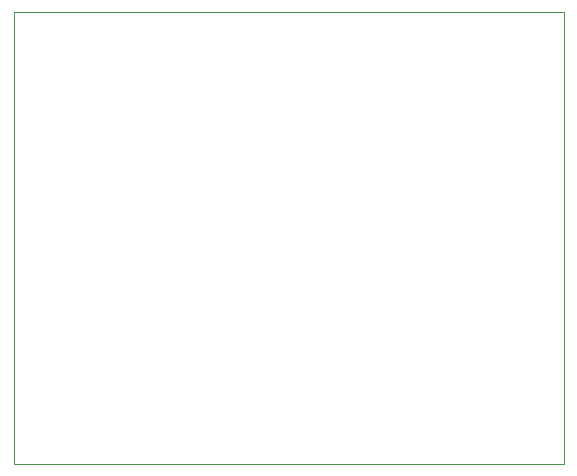
<source format=gbr>
%TF.GenerationSoftware,KiCad,Pcbnew,8.0.4*%
%TF.CreationDate,2024-08-13T22:52:30+08:00*%
%TF.ProjectId,MAX30001_MINI,4d415833-3030-4303-915f-4d494e492e6b,rev?*%
%TF.SameCoordinates,Original*%
%TF.FileFunction,Profile,NP*%
%FSLAX46Y46*%
G04 Gerber Fmt 4.6, Leading zero omitted, Abs format (unit mm)*
G04 Created by KiCad (PCBNEW 8.0.4) date 2024-08-13 22:52:30*
%MOMM*%
%LPD*%
G01*
G04 APERTURE LIST*
%TA.AperFunction,Profile*%
%ADD10C,0.050000*%
%TD*%
G04 APERTURE END LIST*
D10*
X157000000Y-102000000D02*
X203523000Y-102000000D01*
X203523000Y-140341500D01*
X157000000Y-140341500D01*
X157000000Y-102000000D01*
M02*

</source>
